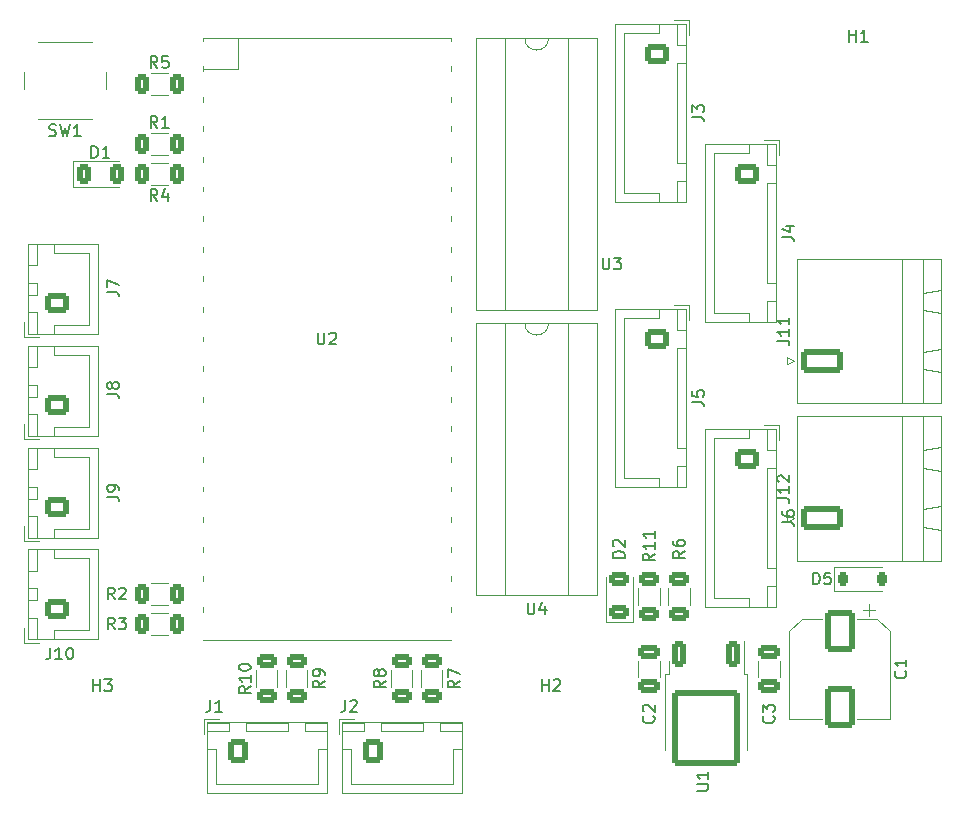
<source format=gto>
%TF.GenerationSoftware,KiCad,Pcbnew,7.0.5*%
%TF.CreationDate,2023-06-21T21:20:56+02:00*%
%TF.ProjectId,moduleDriver,6d6f6475-6c65-4447-9269-7665722e6b69,rev?*%
%TF.SameCoordinates,Original*%
%TF.FileFunction,Legend,Top*%
%TF.FilePolarity,Positive*%
%FSLAX46Y46*%
G04 Gerber Fmt 4.6, Leading zero omitted, Abs format (unit mm)*
G04 Created by KiCad (PCBNEW 7.0.5) date 2023-06-21 21:20:56*
%MOMM*%
%LPD*%
G01*
G04 APERTURE LIST*
G04 Aperture macros list*
%AMRoundRect*
0 Rectangle with rounded corners*
0 $1 Rounding radius*
0 $2 $3 $4 $5 $6 $7 $8 $9 X,Y pos of 4 corners*
0 Add a 4 corners polygon primitive as box body*
4,1,4,$2,$3,$4,$5,$6,$7,$8,$9,$2,$3,0*
0 Add four circle primitives for the rounded corners*
1,1,$1+$1,$2,$3*
1,1,$1+$1,$4,$5*
1,1,$1+$1,$6,$7*
1,1,$1+$1,$8,$9*
0 Add four rect primitives between the rounded corners*
20,1,$1+$1,$2,$3,$4,$5,0*
20,1,$1+$1,$4,$5,$6,$7,0*
20,1,$1+$1,$6,$7,$8,$9,0*
20,1,$1+$1,$8,$9,$2,$3,0*%
G04 Aperture macros list end*
%ADD10C,0.150000*%
%ADD11C,0.120000*%
%ADD12O,1.700000X1.700000*%
%ADD13R,1.700000X1.700000*%
%ADD14O,3.600000X2.000000*%
%ADD15RoundRect,0.250000X1.550000X-0.750000X1.550000X0.750000X-1.550000X0.750000X-1.550000X-0.750000X0*%
%ADD16RoundRect,0.250000X0.625000X-0.312500X0.625000X0.312500X-0.625000X0.312500X-0.625000X-0.312500X0*%
%ADD17O,1.700000X1.950000*%
%ADD18RoundRect,0.250000X-0.600000X-0.725000X0.600000X-0.725000X0.600000X0.725000X-0.600000X0.725000X0*%
%ADD19O,1.950000X1.700000*%
%ADD20RoundRect,0.250000X-0.725000X0.600000X-0.725000X-0.600000X0.725000X-0.600000X0.725000X0.600000X0*%
%ADD21C,3.200000*%
%ADD22O,1.600000X1.600000*%
%ADD23R,1.600000X1.600000*%
%ADD24RoundRect,0.250000X0.750000X-0.600000X0.750000X0.600000X-0.750000X0.600000X-0.750000X-0.600000X0*%
%ADD25O,2.000000X1.700000*%
%ADD26RoundRect,0.250000X-0.650000X0.325000X-0.650000X-0.325000X0.650000X-0.325000X0.650000X0.325000X0*%
%ADD27RoundRect,0.250000X-0.312500X-0.625000X0.312500X-0.625000X0.312500X0.625000X-0.312500X0.625000X0*%
%ADD28C,2.000000*%
%ADD29RoundRect,0.225000X-0.225000X-0.375000X0.225000X-0.375000X0.225000X0.375000X-0.225000X0.375000X0*%
%ADD30RoundRect,0.250000X-0.625000X0.312500X-0.625000X-0.312500X0.625000X-0.312500X0.625000X0.312500X0*%
%ADD31RoundRect,0.250000X-0.350000X0.850000X-0.350000X-0.850000X0.350000X-0.850000X0.350000X0.850000X0*%
%ADD32RoundRect,0.249997X-2.650003X2.950003X-2.650003X-2.950003X2.650003X-2.950003X2.650003X2.950003X0*%
%ADD33RoundRect,0.250000X0.625000X-0.375000X0.625000X0.375000X-0.625000X0.375000X-0.625000X-0.375000X0*%
%ADD34RoundRect,0.250000X-0.375000X-0.625000X0.375000X-0.625000X0.375000X0.625000X-0.375000X0.625000X0*%
%ADD35RoundRect,0.250000X-1.000000X1.500000X-1.000000X-1.500000X1.000000X-1.500000X1.000000X1.500000X0*%
%ADD36RoundRect,0.250000X0.312500X0.625000X-0.312500X0.625000X-0.312500X-0.625000X0.312500X-0.625000X0*%
G04 APERTURE END LIST*
D10*
X79248095Y-97244819D02*
X79248095Y-98054342D01*
X79248095Y-98054342D02*
X79295714Y-98149580D01*
X79295714Y-98149580D02*
X79343333Y-98197200D01*
X79343333Y-98197200D02*
X79438571Y-98244819D01*
X79438571Y-98244819D02*
X79629047Y-98244819D01*
X79629047Y-98244819D02*
X79724285Y-98197200D01*
X79724285Y-98197200D02*
X79771904Y-98149580D01*
X79771904Y-98149580D02*
X79819523Y-98054342D01*
X79819523Y-98054342D02*
X79819523Y-97244819D01*
X80248095Y-97340057D02*
X80295714Y-97292438D01*
X80295714Y-97292438D02*
X80390952Y-97244819D01*
X80390952Y-97244819D02*
X80629047Y-97244819D01*
X80629047Y-97244819D02*
X80724285Y-97292438D01*
X80724285Y-97292438D02*
X80771904Y-97340057D01*
X80771904Y-97340057D02*
X80819523Y-97435295D01*
X80819523Y-97435295D02*
X80819523Y-97530533D01*
X80819523Y-97530533D02*
X80771904Y-97673390D01*
X80771904Y-97673390D02*
X80200476Y-98244819D01*
X80200476Y-98244819D02*
X80819523Y-98244819D01*
X118174819Y-111259523D02*
X118889104Y-111259523D01*
X118889104Y-111259523D02*
X119031961Y-111307142D01*
X119031961Y-111307142D02*
X119127200Y-111402380D01*
X119127200Y-111402380D02*
X119174819Y-111545237D01*
X119174819Y-111545237D02*
X119174819Y-111640475D01*
X119174819Y-110259523D02*
X119174819Y-110830951D01*
X119174819Y-110545237D02*
X118174819Y-110545237D01*
X118174819Y-110545237D02*
X118317676Y-110640475D01*
X118317676Y-110640475D02*
X118412914Y-110735713D01*
X118412914Y-110735713D02*
X118460533Y-110830951D01*
X118270057Y-109878570D02*
X118222438Y-109830951D01*
X118222438Y-109830951D02*
X118174819Y-109735713D01*
X118174819Y-109735713D02*
X118174819Y-109497618D01*
X118174819Y-109497618D02*
X118222438Y-109402380D01*
X118222438Y-109402380D02*
X118270057Y-109354761D01*
X118270057Y-109354761D02*
X118365295Y-109307142D01*
X118365295Y-109307142D02*
X118460533Y-109307142D01*
X118460533Y-109307142D02*
X118603390Y-109354761D01*
X118603390Y-109354761D02*
X119174819Y-109926189D01*
X119174819Y-109926189D02*
X119174819Y-109307142D01*
X118174819Y-97924523D02*
X118889104Y-97924523D01*
X118889104Y-97924523D02*
X119031961Y-97972142D01*
X119031961Y-97972142D02*
X119127200Y-98067380D01*
X119127200Y-98067380D02*
X119174819Y-98210237D01*
X119174819Y-98210237D02*
X119174819Y-98305475D01*
X119174819Y-96924523D02*
X119174819Y-97495951D01*
X119174819Y-97210237D02*
X118174819Y-97210237D01*
X118174819Y-97210237D02*
X118317676Y-97305475D01*
X118317676Y-97305475D02*
X118412914Y-97400713D01*
X118412914Y-97400713D02*
X118460533Y-97495951D01*
X119174819Y-95972142D02*
X119174819Y-96543570D01*
X119174819Y-96257856D02*
X118174819Y-96257856D01*
X118174819Y-96257856D02*
X118317676Y-96353094D01*
X118317676Y-96353094D02*
X118412914Y-96448332D01*
X118412914Y-96448332D02*
X118460533Y-96543570D01*
X107769819Y-115962857D02*
X107293628Y-116296190D01*
X107769819Y-116534285D02*
X106769819Y-116534285D01*
X106769819Y-116534285D02*
X106769819Y-116153333D01*
X106769819Y-116153333D02*
X106817438Y-116058095D01*
X106817438Y-116058095D02*
X106865057Y-116010476D01*
X106865057Y-116010476D02*
X106960295Y-115962857D01*
X106960295Y-115962857D02*
X107103152Y-115962857D01*
X107103152Y-115962857D02*
X107198390Y-116010476D01*
X107198390Y-116010476D02*
X107246009Y-116058095D01*
X107246009Y-116058095D02*
X107293628Y-116153333D01*
X107293628Y-116153333D02*
X107293628Y-116534285D01*
X107769819Y-115010476D02*
X107769819Y-115581904D01*
X107769819Y-115296190D02*
X106769819Y-115296190D01*
X106769819Y-115296190D02*
X106912676Y-115391428D01*
X106912676Y-115391428D02*
X107007914Y-115486666D01*
X107007914Y-115486666D02*
X107055533Y-115581904D01*
X107769819Y-114058095D02*
X107769819Y-114629523D01*
X107769819Y-114343809D02*
X106769819Y-114343809D01*
X106769819Y-114343809D02*
X106912676Y-114439047D01*
X106912676Y-114439047D02*
X107007914Y-114534285D01*
X107007914Y-114534285D02*
X107055533Y-114629523D01*
X70151666Y-128359819D02*
X70151666Y-129074104D01*
X70151666Y-129074104D02*
X70104047Y-129216961D01*
X70104047Y-129216961D02*
X70008809Y-129312200D01*
X70008809Y-129312200D02*
X69865952Y-129359819D01*
X69865952Y-129359819D02*
X69770714Y-129359819D01*
X71151666Y-129359819D02*
X70580238Y-129359819D01*
X70865952Y-129359819D02*
X70865952Y-128359819D01*
X70865952Y-128359819D02*
X70770714Y-128502676D01*
X70770714Y-128502676D02*
X70675476Y-128597914D01*
X70675476Y-128597914D02*
X70580238Y-128645533D01*
X110954819Y-103123333D02*
X111669104Y-103123333D01*
X111669104Y-103123333D02*
X111811961Y-103170952D01*
X111811961Y-103170952D02*
X111907200Y-103266190D01*
X111907200Y-103266190D02*
X111954819Y-103409047D01*
X111954819Y-103409047D02*
X111954819Y-103504285D01*
X110954819Y-102170952D02*
X110954819Y-102647142D01*
X110954819Y-102647142D02*
X111431009Y-102694761D01*
X111431009Y-102694761D02*
X111383390Y-102647142D01*
X111383390Y-102647142D02*
X111335771Y-102551904D01*
X111335771Y-102551904D02*
X111335771Y-102313809D01*
X111335771Y-102313809D02*
X111383390Y-102218571D01*
X111383390Y-102218571D02*
X111431009Y-102170952D01*
X111431009Y-102170952D02*
X111526247Y-102123333D01*
X111526247Y-102123333D02*
X111764342Y-102123333D01*
X111764342Y-102123333D02*
X111859580Y-102170952D01*
X111859580Y-102170952D02*
X111907200Y-102218571D01*
X111907200Y-102218571D02*
X111954819Y-102313809D01*
X111954819Y-102313809D02*
X111954819Y-102551904D01*
X111954819Y-102551904D02*
X111907200Y-102647142D01*
X111907200Y-102647142D02*
X111859580Y-102694761D01*
X79829819Y-126724166D02*
X79353628Y-127057499D01*
X79829819Y-127295594D02*
X78829819Y-127295594D01*
X78829819Y-127295594D02*
X78829819Y-126914642D01*
X78829819Y-126914642D02*
X78877438Y-126819404D01*
X78877438Y-126819404D02*
X78925057Y-126771785D01*
X78925057Y-126771785D02*
X79020295Y-126724166D01*
X79020295Y-126724166D02*
X79163152Y-126724166D01*
X79163152Y-126724166D02*
X79258390Y-126771785D01*
X79258390Y-126771785D02*
X79306009Y-126819404D01*
X79306009Y-126819404D02*
X79353628Y-126914642D01*
X79353628Y-126914642D02*
X79353628Y-127295594D01*
X79829819Y-126247975D02*
X79829819Y-126057499D01*
X79829819Y-126057499D02*
X79782200Y-125962261D01*
X79782200Y-125962261D02*
X79734580Y-125914642D01*
X79734580Y-125914642D02*
X79591723Y-125819404D01*
X79591723Y-125819404D02*
X79401247Y-125771785D01*
X79401247Y-125771785D02*
X79020295Y-125771785D01*
X79020295Y-125771785D02*
X78925057Y-125819404D01*
X78925057Y-125819404D02*
X78877438Y-125867023D01*
X78877438Y-125867023D02*
X78829819Y-125962261D01*
X78829819Y-125962261D02*
X78829819Y-126152737D01*
X78829819Y-126152737D02*
X78877438Y-126247975D01*
X78877438Y-126247975D02*
X78925057Y-126295594D01*
X78925057Y-126295594D02*
X79020295Y-126343213D01*
X79020295Y-126343213D02*
X79258390Y-126343213D01*
X79258390Y-126343213D02*
X79353628Y-126295594D01*
X79353628Y-126295594D02*
X79401247Y-126247975D01*
X79401247Y-126247975D02*
X79448866Y-126152737D01*
X79448866Y-126152737D02*
X79448866Y-125962261D01*
X79448866Y-125962261D02*
X79401247Y-125867023D01*
X79401247Y-125867023D02*
X79353628Y-125819404D01*
X79353628Y-125819404D02*
X79258390Y-125771785D01*
X124238095Y-72604819D02*
X124238095Y-71604819D01*
X124238095Y-72081009D02*
X124809523Y-72081009D01*
X124809523Y-72604819D02*
X124809523Y-71604819D01*
X125809523Y-72604819D02*
X125238095Y-72604819D01*
X125523809Y-72604819D02*
X125523809Y-71604819D01*
X125523809Y-71604819D02*
X125428571Y-71747676D01*
X125428571Y-71747676D02*
X125333333Y-71842914D01*
X125333333Y-71842914D02*
X125238095Y-71890533D01*
X97028095Y-120104819D02*
X97028095Y-120914342D01*
X97028095Y-120914342D02*
X97075714Y-121009580D01*
X97075714Y-121009580D02*
X97123333Y-121057200D01*
X97123333Y-121057200D02*
X97218571Y-121104819D01*
X97218571Y-121104819D02*
X97409047Y-121104819D01*
X97409047Y-121104819D02*
X97504285Y-121057200D01*
X97504285Y-121057200D02*
X97551904Y-121009580D01*
X97551904Y-121009580D02*
X97599523Y-120914342D01*
X97599523Y-120914342D02*
X97599523Y-120104819D01*
X98504285Y-120438152D02*
X98504285Y-121104819D01*
X98266190Y-120057200D02*
X98028095Y-120771485D01*
X98028095Y-120771485D02*
X98647142Y-120771485D01*
X61430819Y-111137333D02*
X62145104Y-111137333D01*
X62145104Y-111137333D02*
X62287961Y-111184952D01*
X62287961Y-111184952D02*
X62383200Y-111280190D01*
X62383200Y-111280190D02*
X62430819Y-111423047D01*
X62430819Y-111423047D02*
X62430819Y-111518285D01*
X62430819Y-110613523D02*
X62430819Y-110423047D01*
X62430819Y-110423047D02*
X62383200Y-110327809D01*
X62383200Y-110327809D02*
X62335580Y-110280190D01*
X62335580Y-110280190D02*
X62192723Y-110184952D01*
X62192723Y-110184952D02*
X62002247Y-110137333D01*
X62002247Y-110137333D02*
X61621295Y-110137333D01*
X61621295Y-110137333D02*
X61526057Y-110184952D01*
X61526057Y-110184952D02*
X61478438Y-110232571D01*
X61478438Y-110232571D02*
X61430819Y-110327809D01*
X61430819Y-110327809D02*
X61430819Y-110518285D01*
X61430819Y-110518285D02*
X61478438Y-110613523D01*
X61478438Y-110613523D02*
X61526057Y-110661142D01*
X61526057Y-110661142D02*
X61621295Y-110708761D01*
X61621295Y-110708761D02*
X61859390Y-110708761D01*
X61859390Y-110708761D02*
X61954628Y-110661142D01*
X61954628Y-110661142D02*
X62002247Y-110613523D01*
X62002247Y-110613523D02*
X62049866Y-110518285D01*
X62049866Y-110518285D02*
X62049866Y-110327809D01*
X62049866Y-110327809D02*
X62002247Y-110232571D01*
X62002247Y-110232571D02*
X61954628Y-110184952D01*
X61954628Y-110184952D02*
X61859390Y-110137333D01*
X107674580Y-129706666D02*
X107722200Y-129754285D01*
X107722200Y-129754285D02*
X107769819Y-129897142D01*
X107769819Y-129897142D02*
X107769819Y-129992380D01*
X107769819Y-129992380D02*
X107722200Y-130135237D01*
X107722200Y-130135237D02*
X107626961Y-130230475D01*
X107626961Y-130230475D02*
X107531723Y-130278094D01*
X107531723Y-130278094D02*
X107341247Y-130325713D01*
X107341247Y-130325713D02*
X107198390Y-130325713D01*
X107198390Y-130325713D02*
X107007914Y-130278094D01*
X107007914Y-130278094D02*
X106912676Y-130230475D01*
X106912676Y-130230475D02*
X106817438Y-130135237D01*
X106817438Y-130135237D02*
X106769819Y-129992380D01*
X106769819Y-129992380D02*
X106769819Y-129897142D01*
X106769819Y-129897142D02*
X106817438Y-129754285D01*
X106817438Y-129754285D02*
X106865057Y-129706666D01*
X106865057Y-129325713D02*
X106817438Y-129278094D01*
X106817438Y-129278094D02*
X106769819Y-129182856D01*
X106769819Y-129182856D02*
X106769819Y-128944761D01*
X106769819Y-128944761D02*
X106817438Y-128849523D01*
X106817438Y-128849523D02*
X106865057Y-128801904D01*
X106865057Y-128801904D02*
X106960295Y-128754285D01*
X106960295Y-128754285D02*
X107055533Y-128754285D01*
X107055533Y-128754285D02*
X107198390Y-128801904D01*
X107198390Y-128801904D02*
X107769819Y-129373332D01*
X107769819Y-129373332D02*
X107769819Y-128754285D01*
X62063333Y-122374819D02*
X61730000Y-121898628D01*
X61491905Y-122374819D02*
X61491905Y-121374819D01*
X61491905Y-121374819D02*
X61872857Y-121374819D01*
X61872857Y-121374819D02*
X61968095Y-121422438D01*
X61968095Y-121422438D02*
X62015714Y-121470057D01*
X62015714Y-121470057D02*
X62063333Y-121565295D01*
X62063333Y-121565295D02*
X62063333Y-121708152D01*
X62063333Y-121708152D02*
X62015714Y-121803390D01*
X62015714Y-121803390D02*
X61968095Y-121851009D01*
X61968095Y-121851009D02*
X61872857Y-121898628D01*
X61872857Y-121898628D02*
X61491905Y-121898628D01*
X62396667Y-121374819D02*
X63015714Y-121374819D01*
X63015714Y-121374819D02*
X62682381Y-121755771D01*
X62682381Y-121755771D02*
X62825238Y-121755771D01*
X62825238Y-121755771D02*
X62920476Y-121803390D01*
X62920476Y-121803390D02*
X62968095Y-121851009D01*
X62968095Y-121851009D02*
X63015714Y-121946247D01*
X63015714Y-121946247D02*
X63015714Y-122184342D01*
X63015714Y-122184342D02*
X62968095Y-122279580D01*
X62968095Y-122279580D02*
X62920476Y-122327200D01*
X62920476Y-122327200D02*
X62825238Y-122374819D01*
X62825238Y-122374819D02*
X62539524Y-122374819D01*
X62539524Y-122374819D02*
X62444286Y-122327200D01*
X62444286Y-122327200D02*
X62396667Y-122279580D01*
X65680833Y-79914819D02*
X65347500Y-79438628D01*
X65109405Y-79914819D02*
X65109405Y-78914819D01*
X65109405Y-78914819D02*
X65490357Y-78914819D01*
X65490357Y-78914819D02*
X65585595Y-78962438D01*
X65585595Y-78962438D02*
X65633214Y-79010057D01*
X65633214Y-79010057D02*
X65680833Y-79105295D01*
X65680833Y-79105295D02*
X65680833Y-79248152D01*
X65680833Y-79248152D02*
X65633214Y-79343390D01*
X65633214Y-79343390D02*
X65585595Y-79391009D01*
X65585595Y-79391009D02*
X65490357Y-79438628D01*
X65490357Y-79438628D02*
X65109405Y-79438628D01*
X66633214Y-79914819D02*
X66061786Y-79914819D01*
X66347500Y-79914819D02*
X66347500Y-78914819D01*
X66347500Y-78914819D02*
X66252262Y-79057676D01*
X66252262Y-79057676D02*
X66157024Y-79152914D01*
X66157024Y-79152914D02*
X66061786Y-79200533D01*
X103378095Y-90894819D02*
X103378095Y-91704342D01*
X103378095Y-91704342D02*
X103425714Y-91799580D01*
X103425714Y-91799580D02*
X103473333Y-91847200D01*
X103473333Y-91847200D02*
X103568571Y-91894819D01*
X103568571Y-91894819D02*
X103759047Y-91894819D01*
X103759047Y-91894819D02*
X103854285Y-91847200D01*
X103854285Y-91847200D02*
X103901904Y-91799580D01*
X103901904Y-91799580D02*
X103949523Y-91704342D01*
X103949523Y-91704342D02*
X103949523Y-90894819D01*
X104330476Y-90894819D02*
X104949523Y-90894819D01*
X104949523Y-90894819D02*
X104616190Y-91275771D01*
X104616190Y-91275771D02*
X104759047Y-91275771D01*
X104759047Y-91275771D02*
X104854285Y-91323390D01*
X104854285Y-91323390D02*
X104901904Y-91371009D01*
X104901904Y-91371009D02*
X104949523Y-91466247D01*
X104949523Y-91466247D02*
X104949523Y-91704342D01*
X104949523Y-91704342D02*
X104901904Y-91799580D01*
X104901904Y-91799580D02*
X104854285Y-91847200D01*
X104854285Y-91847200D02*
X104759047Y-91894819D01*
X104759047Y-91894819D02*
X104473333Y-91894819D01*
X104473333Y-91894819D02*
X104378095Y-91847200D01*
X104378095Y-91847200D02*
X104330476Y-91799580D01*
X56526667Y-80567200D02*
X56669524Y-80614819D01*
X56669524Y-80614819D02*
X56907619Y-80614819D01*
X56907619Y-80614819D02*
X57002857Y-80567200D01*
X57002857Y-80567200D02*
X57050476Y-80519580D01*
X57050476Y-80519580D02*
X57098095Y-80424342D01*
X57098095Y-80424342D02*
X57098095Y-80329104D01*
X57098095Y-80329104D02*
X57050476Y-80233866D01*
X57050476Y-80233866D02*
X57002857Y-80186247D01*
X57002857Y-80186247D02*
X56907619Y-80138628D01*
X56907619Y-80138628D02*
X56717143Y-80091009D01*
X56717143Y-80091009D02*
X56621905Y-80043390D01*
X56621905Y-80043390D02*
X56574286Y-79995771D01*
X56574286Y-79995771D02*
X56526667Y-79900533D01*
X56526667Y-79900533D02*
X56526667Y-79805295D01*
X56526667Y-79805295D02*
X56574286Y-79710057D01*
X56574286Y-79710057D02*
X56621905Y-79662438D01*
X56621905Y-79662438D02*
X56717143Y-79614819D01*
X56717143Y-79614819D02*
X56955238Y-79614819D01*
X56955238Y-79614819D02*
X57098095Y-79662438D01*
X57431429Y-79614819D02*
X57669524Y-80614819D01*
X57669524Y-80614819D02*
X57860000Y-79900533D01*
X57860000Y-79900533D02*
X58050476Y-80614819D01*
X58050476Y-80614819D02*
X58288572Y-79614819D01*
X59193333Y-80614819D02*
X58621905Y-80614819D01*
X58907619Y-80614819D02*
X58907619Y-79614819D01*
X58907619Y-79614819D02*
X58812381Y-79757676D01*
X58812381Y-79757676D02*
X58717143Y-79852914D01*
X58717143Y-79852914D02*
X58621905Y-79900533D01*
X61430819Y-93805333D02*
X62145104Y-93805333D01*
X62145104Y-93805333D02*
X62287961Y-93852952D01*
X62287961Y-93852952D02*
X62383200Y-93948190D01*
X62383200Y-93948190D02*
X62430819Y-94091047D01*
X62430819Y-94091047D02*
X62430819Y-94186285D01*
X61430819Y-93424380D02*
X61430819Y-92757714D01*
X61430819Y-92757714D02*
X62430819Y-93186285D01*
X118574819Y-113283333D02*
X119289104Y-113283333D01*
X119289104Y-113283333D02*
X119431961Y-113330952D01*
X119431961Y-113330952D02*
X119527200Y-113426190D01*
X119527200Y-113426190D02*
X119574819Y-113569047D01*
X119574819Y-113569047D02*
X119574819Y-113664285D01*
X118574819Y-112378571D02*
X118574819Y-112569047D01*
X118574819Y-112569047D02*
X118622438Y-112664285D01*
X118622438Y-112664285D02*
X118670057Y-112711904D01*
X118670057Y-112711904D02*
X118812914Y-112807142D01*
X118812914Y-112807142D02*
X119003390Y-112854761D01*
X119003390Y-112854761D02*
X119384342Y-112854761D01*
X119384342Y-112854761D02*
X119479580Y-112807142D01*
X119479580Y-112807142D02*
X119527200Y-112759523D01*
X119527200Y-112759523D02*
X119574819Y-112664285D01*
X119574819Y-112664285D02*
X119574819Y-112473809D01*
X119574819Y-112473809D02*
X119527200Y-112378571D01*
X119527200Y-112378571D02*
X119479580Y-112330952D01*
X119479580Y-112330952D02*
X119384342Y-112283333D01*
X119384342Y-112283333D02*
X119146247Y-112283333D01*
X119146247Y-112283333D02*
X119051009Y-112330952D01*
X119051009Y-112330952D02*
X119003390Y-112378571D01*
X119003390Y-112378571D02*
X118955771Y-112473809D01*
X118955771Y-112473809D02*
X118955771Y-112664285D01*
X118955771Y-112664285D02*
X119003390Y-112759523D01*
X119003390Y-112759523D02*
X119051009Y-112807142D01*
X119051009Y-112807142D02*
X119146247Y-112854761D01*
X60238095Y-127604819D02*
X60238095Y-126604819D01*
X60238095Y-127081009D02*
X60809523Y-127081009D01*
X60809523Y-127604819D02*
X60809523Y-126604819D01*
X61190476Y-126604819D02*
X61809523Y-126604819D01*
X61809523Y-126604819D02*
X61476190Y-126985771D01*
X61476190Y-126985771D02*
X61619047Y-126985771D01*
X61619047Y-126985771D02*
X61714285Y-127033390D01*
X61714285Y-127033390D02*
X61761904Y-127081009D01*
X61761904Y-127081009D02*
X61809523Y-127176247D01*
X61809523Y-127176247D02*
X61809523Y-127414342D01*
X61809523Y-127414342D02*
X61761904Y-127509580D01*
X61761904Y-127509580D02*
X61714285Y-127557200D01*
X61714285Y-127557200D02*
X61619047Y-127604819D01*
X61619047Y-127604819D02*
X61333333Y-127604819D01*
X61333333Y-127604819D02*
X61238095Y-127557200D01*
X61238095Y-127557200D02*
X61190476Y-127509580D01*
X121181905Y-118564819D02*
X121181905Y-117564819D01*
X121181905Y-117564819D02*
X121420000Y-117564819D01*
X121420000Y-117564819D02*
X121562857Y-117612438D01*
X121562857Y-117612438D02*
X121658095Y-117707676D01*
X121658095Y-117707676D02*
X121705714Y-117802914D01*
X121705714Y-117802914D02*
X121753333Y-117993390D01*
X121753333Y-117993390D02*
X121753333Y-118136247D01*
X121753333Y-118136247D02*
X121705714Y-118326723D01*
X121705714Y-118326723D02*
X121658095Y-118421961D01*
X121658095Y-118421961D02*
X121562857Y-118517200D01*
X121562857Y-118517200D02*
X121420000Y-118564819D01*
X121420000Y-118564819D02*
X121181905Y-118564819D01*
X122658095Y-117564819D02*
X122181905Y-117564819D01*
X122181905Y-117564819D02*
X122134286Y-118041009D01*
X122134286Y-118041009D02*
X122181905Y-117993390D01*
X122181905Y-117993390D02*
X122277143Y-117945771D01*
X122277143Y-117945771D02*
X122515238Y-117945771D01*
X122515238Y-117945771D02*
X122610476Y-117993390D01*
X122610476Y-117993390D02*
X122658095Y-118041009D01*
X122658095Y-118041009D02*
X122705714Y-118136247D01*
X122705714Y-118136247D02*
X122705714Y-118374342D01*
X122705714Y-118374342D02*
X122658095Y-118469580D01*
X122658095Y-118469580D02*
X122610476Y-118517200D01*
X122610476Y-118517200D02*
X122515238Y-118564819D01*
X122515238Y-118564819D02*
X122277143Y-118564819D01*
X122277143Y-118564819D02*
X122181905Y-118517200D01*
X122181905Y-118517200D02*
X122134286Y-118469580D01*
X118574819Y-89153333D02*
X119289104Y-89153333D01*
X119289104Y-89153333D02*
X119431961Y-89200952D01*
X119431961Y-89200952D02*
X119527200Y-89296190D01*
X119527200Y-89296190D02*
X119574819Y-89439047D01*
X119574819Y-89439047D02*
X119574819Y-89534285D01*
X118908152Y-88248571D02*
X119574819Y-88248571D01*
X118527200Y-88486666D02*
X119241485Y-88724761D01*
X119241485Y-88724761D02*
X119241485Y-88105714D01*
X110309819Y-115736666D02*
X109833628Y-116069999D01*
X110309819Y-116308094D02*
X109309819Y-116308094D01*
X109309819Y-116308094D02*
X109309819Y-115927142D01*
X109309819Y-115927142D02*
X109357438Y-115831904D01*
X109357438Y-115831904D02*
X109405057Y-115784285D01*
X109405057Y-115784285D02*
X109500295Y-115736666D01*
X109500295Y-115736666D02*
X109643152Y-115736666D01*
X109643152Y-115736666D02*
X109738390Y-115784285D01*
X109738390Y-115784285D02*
X109786009Y-115831904D01*
X109786009Y-115831904D02*
X109833628Y-115927142D01*
X109833628Y-115927142D02*
X109833628Y-116308094D01*
X109309819Y-114879523D02*
X109309819Y-115069999D01*
X109309819Y-115069999D02*
X109357438Y-115165237D01*
X109357438Y-115165237D02*
X109405057Y-115212856D01*
X109405057Y-115212856D02*
X109547914Y-115308094D01*
X109547914Y-115308094D02*
X109738390Y-115355713D01*
X109738390Y-115355713D02*
X110119342Y-115355713D01*
X110119342Y-115355713D02*
X110214580Y-115308094D01*
X110214580Y-115308094D02*
X110262200Y-115260475D01*
X110262200Y-115260475D02*
X110309819Y-115165237D01*
X110309819Y-115165237D02*
X110309819Y-114974761D01*
X110309819Y-114974761D02*
X110262200Y-114879523D01*
X110262200Y-114879523D02*
X110214580Y-114831904D01*
X110214580Y-114831904D02*
X110119342Y-114784285D01*
X110119342Y-114784285D02*
X109881247Y-114784285D01*
X109881247Y-114784285D02*
X109786009Y-114831904D01*
X109786009Y-114831904D02*
X109738390Y-114879523D01*
X109738390Y-114879523D02*
X109690771Y-114974761D01*
X109690771Y-114974761D02*
X109690771Y-115165237D01*
X109690771Y-115165237D02*
X109738390Y-115260475D01*
X109738390Y-115260475D02*
X109786009Y-115308094D01*
X109786009Y-115308094D02*
X109881247Y-115355713D01*
X56594476Y-123914819D02*
X56594476Y-124629104D01*
X56594476Y-124629104D02*
X56546857Y-124771961D01*
X56546857Y-124771961D02*
X56451619Y-124867200D01*
X56451619Y-124867200D02*
X56308762Y-124914819D01*
X56308762Y-124914819D02*
X56213524Y-124914819D01*
X57594476Y-124914819D02*
X57023048Y-124914819D01*
X57308762Y-124914819D02*
X57308762Y-123914819D01*
X57308762Y-123914819D02*
X57213524Y-124057676D01*
X57213524Y-124057676D02*
X57118286Y-124152914D01*
X57118286Y-124152914D02*
X57023048Y-124200533D01*
X58213524Y-123914819D02*
X58308762Y-123914819D01*
X58308762Y-123914819D02*
X58404000Y-123962438D01*
X58404000Y-123962438D02*
X58451619Y-124010057D01*
X58451619Y-124010057D02*
X58499238Y-124105295D01*
X58499238Y-124105295D02*
X58546857Y-124295771D01*
X58546857Y-124295771D02*
X58546857Y-124533866D01*
X58546857Y-124533866D02*
X58499238Y-124724342D01*
X58499238Y-124724342D02*
X58451619Y-124819580D01*
X58451619Y-124819580D02*
X58404000Y-124867200D01*
X58404000Y-124867200D02*
X58308762Y-124914819D01*
X58308762Y-124914819D02*
X58213524Y-124914819D01*
X58213524Y-124914819D02*
X58118286Y-124867200D01*
X58118286Y-124867200D02*
X58070667Y-124819580D01*
X58070667Y-124819580D02*
X58023048Y-124724342D01*
X58023048Y-124724342D02*
X57975429Y-124533866D01*
X57975429Y-124533866D02*
X57975429Y-124295771D01*
X57975429Y-124295771D02*
X58023048Y-124105295D01*
X58023048Y-124105295D02*
X58070667Y-124010057D01*
X58070667Y-124010057D02*
X58118286Y-123962438D01*
X58118286Y-123962438D02*
X58213524Y-123914819D01*
X91259819Y-126724166D02*
X90783628Y-127057499D01*
X91259819Y-127295594D02*
X90259819Y-127295594D01*
X90259819Y-127295594D02*
X90259819Y-126914642D01*
X90259819Y-126914642D02*
X90307438Y-126819404D01*
X90307438Y-126819404D02*
X90355057Y-126771785D01*
X90355057Y-126771785D02*
X90450295Y-126724166D01*
X90450295Y-126724166D02*
X90593152Y-126724166D01*
X90593152Y-126724166D02*
X90688390Y-126771785D01*
X90688390Y-126771785D02*
X90736009Y-126819404D01*
X90736009Y-126819404D02*
X90783628Y-126914642D01*
X90783628Y-126914642D02*
X90783628Y-127295594D01*
X90259819Y-126390832D02*
X90259819Y-125724166D01*
X90259819Y-125724166D02*
X91259819Y-126152737D01*
X111335819Y-136025904D02*
X112145342Y-136025904D01*
X112145342Y-136025904D02*
X112240580Y-135978285D01*
X112240580Y-135978285D02*
X112288200Y-135930666D01*
X112288200Y-135930666D02*
X112335819Y-135835428D01*
X112335819Y-135835428D02*
X112335819Y-135644952D01*
X112335819Y-135644952D02*
X112288200Y-135549714D01*
X112288200Y-135549714D02*
X112240580Y-135502095D01*
X112240580Y-135502095D02*
X112145342Y-135454476D01*
X112145342Y-135454476D02*
X111335819Y-135454476D01*
X112335819Y-134454476D02*
X112335819Y-135025904D01*
X112335819Y-134740190D02*
X111335819Y-134740190D01*
X111335819Y-134740190D02*
X111478676Y-134835428D01*
X111478676Y-134835428D02*
X111573914Y-134930666D01*
X111573914Y-134930666D02*
X111621533Y-135025904D01*
X65680833Y-74834819D02*
X65347500Y-74358628D01*
X65109405Y-74834819D02*
X65109405Y-73834819D01*
X65109405Y-73834819D02*
X65490357Y-73834819D01*
X65490357Y-73834819D02*
X65585595Y-73882438D01*
X65585595Y-73882438D02*
X65633214Y-73930057D01*
X65633214Y-73930057D02*
X65680833Y-74025295D01*
X65680833Y-74025295D02*
X65680833Y-74168152D01*
X65680833Y-74168152D02*
X65633214Y-74263390D01*
X65633214Y-74263390D02*
X65585595Y-74311009D01*
X65585595Y-74311009D02*
X65490357Y-74358628D01*
X65490357Y-74358628D02*
X65109405Y-74358628D01*
X66585595Y-73834819D02*
X66109405Y-73834819D01*
X66109405Y-73834819D02*
X66061786Y-74311009D01*
X66061786Y-74311009D02*
X66109405Y-74263390D01*
X66109405Y-74263390D02*
X66204643Y-74215771D01*
X66204643Y-74215771D02*
X66442738Y-74215771D01*
X66442738Y-74215771D02*
X66537976Y-74263390D01*
X66537976Y-74263390D02*
X66585595Y-74311009D01*
X66585595Y-74311009D02*
X66633214Y-74406247D01*
X66633214Y-74406247D02*
X66633214Y-74644342D01*
X66633214Y-74644342D02*
X66585595Y-74739580D01*
X66585595Y-74739580D02*
X66537976Y-74787200D01*
X66537976Y-74787200D02*
X66442738Y-74834819D01*
X66442738Y-74834819D02*
X66204643Y-74834819D01*
X66204643Y-74834819D02*
X66109405Y-74787200D01*
X66109405Y-74787200D02*
X66061786Y-74739580D01*
X61430819Y-102441333D02*
X62145104Y-102441333D01*
X62145104Y-102441333D02*
X62287961Y-102488952D01*
X62287961Y-102488952D02*
X62383200Y-102584190D01*
X62383200Y-102584190D02*
X62430819Y-102727047D01*
X62430819Y-102727047D02*
X62430819Y-102822285D01*
X61859390Y-101822285D02*
X61811771Y-101917523D01*
X61811771Y-101917523D02*
X61764152Y-101965142D01*
X61764152Y-101965142D02*
X61668914Y-102012761D01*
X61668914Y-102012761D02*
X61621295Y-102012761D01*
X61621295Y-102012761D02*
X61526057Y-101965142D01*
X61526057Y-101965142D02*
X61478438Y-101917523D01*
X61478438Y-101917523D02*
X61430819Y-101822285D01*
X61430819Y-101822285D02*
X61430819Y-101631809D01*
X61430819Y-101631809D02*
X61478438Y-101536571D01*
X61478438Y-101536571D02*
X61526057Y-101488952D01*
X61526057Y-101488952D02*
X61621295Y-101441333D01*
X61621295Y-101441333D02*
X61668914Y-101441333D01*
X61668914Y-101441333D02*
X61764152Y-101488952D01*
X61764152Y-101488952D02*
X61811771Y-101536571D01*
X61811771Y-101536571D02*
X61859390Y-101631809D01*
X61859390Y-101631809D02*
X61859390Y-101822285D01*
X61859390Y-101822285D02*
X61907009Y-101917523D01*
X61907009Y-101917523D02*
X61954628Y-101965142D01*
X61954628Y-101965142D02*
X62049866Y-102012761D01*
X62049866Y-102012761D02*
X62240342Y-102012761D01*
X62240342Y-102012761D02*
X62335580Y-101965142D01*
X62335580Y-101965142D02*
X62383200Y-101917523D01*
X62383200Y-101917523D02*
X62430819Y-101822285D01*
X62430819Y-101822285D02*
X62430819Y-101631809D01*
X62430819Y-101631809D02*
X62383200Y-101536571D01*
X62383200Y-101536571D02*
X62335580Y-101488952D01*
X62335580Y-101488952D02*
X62240342Y-101441333D01*
X62240342Y-101441333D02*
X62049866Y-101441333D01*
X62049866Y-101441333D02*
X61954628Y-101488952D01*
X61954628Y-101488952D02*
X61907009Y-101536571D01*
X61907009Y-101536571D02*
X61859390Y-101631809D01*
X105229819Y-116308094D02*
X104229819Y-116308094D01*
X104229819Y-116308094D02*
X104229819Y-116069999D01*
X104229819Y-116069999D02*
X104277438Y-115927142D01*
X104277438Y-115927142D02*
X104372676Y-115831904D01*
X104372676Y-115831904D02*
X104467914Y-115784285D01*
X104467914Y-115784285D02*
X104658390Y-115736666D01*
X104658390Y-115736666D02*
X104801247Y-115736666D01*
X104801247Y-115736666D02*
X104991723Y-115784285D01*
X104991723Y-115784285D02*
X105086961Y-115831904D01*
X105086961Y-115831904D02*
X105182200Y-115927142D01*
X105182200Y-115927142D02*
X105229819Y-116069999D01*
X105229819Y-116069999D02*
X105229819Y-116308094D01*
X104325057Y-115355713D02*
X104277438Y-115308094D01*
X104277438Y-115308094D02*
X104229819Y-115212856D01*
X104229819Y-115212856D02*
X104229819Y-114974761D01*
X104229819Y-114974761D02*
X104277438Y-114879523D01*
X104277438Y-114879523D02*
X104325057Y-114831904D01*
X104325057Y-114831904D02*
X104420295Y-114784285D01*
X104420295Y-114784285D02*
X104515533Y-114784285D01*
X104515533Y-114784285D02*
X104658390Y-114831904D01*
X104658390Y-114831904D02*
X105229819Y-115403332D01*
X105229819Y-115403332D02*
X105229819Y-114784285D01*
X81581666Y-128359819D02*
X81581666Y-129074104D01*
X81581666Y-129074104D02*
X81534047Y-129216961D01*
X81534047Y-129216961D02*
X81438809Y-129312200D01*
X81438809Y-129312200D02*
X81295952Y-129359819D01*
X81295952Y-129359819D02*
X81200714Y-129359819D01*
X82010238Y-128455057D02*
X82057857Y-128407438D01*
X82057857Y-128407438D02*
X82153095Y-128359819D01*
X82153095Y-128359819D02*
X82391190Y-128359819D01*
X82391190Y-128359819D02*
X82486428Y-128407438D01*
X82486428Y-128407438D02*
X82534047Y-128455057D01*
X82534047Y-128455057D02*
X82581666Y-128550295D01*
X82581666Y-128550295D02*
X82581666Y-128645533D01*
X82581666Y-128645533D02*
X82534047Y-128788390D01*
X82534047Y-128788390D02*
X81962619Y-129359819D01*
X81962619Y-129359819D02*
X82581666Y-129359819D01*
X60091905Y-82454819D02*
X60091905Y-81454819D01*
X60091905Y-81454819D02*
X60330000Y-81454819D01*
X60330000Y-81454819D02*
X60472857Y-81502438D01*
X60472857Y-81502438D02*
X60568095Y-81597676D01*
X60568095Y-81597676D02*
X60615714Y-81692914D01*
X60615714Y-81692914D02*
X60663333Y-81883390D01*
X60663333Y-81883390D02*
X60663333Y-82026247D01*
X60663333Y-82026247D02*
X60615714Y-82216723D01*
X60615714Y-82216723D02*
X60568095Y-82311961D01*
X60568095Y-82311961D02*
X60472857Y-82407200D01*
X60472857Y-82407200D02*
X60330000Y-82454819D01*
X60330000Y-82454819D02*
X60091905Y-82454819D01*
X61615714Y-82454819D02*
X61044286Y-82454819D01*
X61330000Y-82454819D02*
X61330000Y-81454819D01*
X61330000Y-81454819D02*
X61234762Y-81597676D01*
X61234762Y-81597676D02*
X61139524Y-81692914D01*
X61139524Y-81692914D02*
X61044286Y-81740533D01*
X129003580Y-125896666D02*
X129051200Y-125944285D01*
X129051200Y-125944285D02*
X129098819Y-126087142D01*
X129098819Y-126087142D02*
X129098819Y-126182380D01*
X129098819Y-126182380D02*
X129051200Y-126325237D01*
X129051200Y-126325237D02*
X128955961Y-126420475D01*
X128955961Y-126420475D02*
X128860723Y-126468094D01*
X128860723Y-126468094D02*
X128670247Y-126515713D01*
X128670247Y-126515713D02*
X128527390Y-126515713D01*
X128527390Y-126515713D02*
X128336914Y-126468094D01*
X128336914Y-126468094D02*
X128241676Y-126420475D01*
X128241676Y-126420475D02*
X128146438Y-126325237D01*
X128146438Y-126325237D02*
X128098819Y-126182380D01*
X128098819Y-126182380D02*
X128098819Y-126087142D01*
X128098819Y-126087142D02*
X128146438Y-125944285D01*
X128146438Y-125944285D02*
X128194057Y-125896666D01*
X129098819Y-124944285D02*
X129098819Y-125515713D01*
X129098819Y-125229999D02*
X128098819Y-125229999D01*
X128098819Y-125229999D02*
X128241676Y-125325237D01*
X128241676Y-125325237D02*
X128336914Y-125420475D01*
X128336914Y-125420475D02*
X128384533Y-125515713D01*
X73564819Y-127200357D02*
X73088628Y-127533690D01*
X73564819Y-127771785D02*
X72564819Y-127771785D01*
X72564819Y-127771785D02*
X72564819Y-127390833D01*
X72564819Y-127390833D02*
X72612438Y-127295595D01*
X72612438Y-127295595D02*
X72660057Y-127247976D01*
X72660057Y-127247976D02*
X72755295Y-127200357D01*
X72755295Y-127200357D02*
X72898152Y-127200357D01*
X72898152Y-127200357D02*
X72993390Y-127247976D01*
X72993390Y-127247976D02*
X73041009Y-127295595D01*
X73041009Y-127295595D02*
X73088628Y-127390833D01*
X73088628Y-127390833D02*
X73088628Y-127771785D01*
X73564819Y-126247976D02*
X73564819Y-126819404D01*
X73564819Y-126533690D02*
X72564819Y-126533690D01*
X72564819Y-126533690D02*
X72707676Y-126628928D01*
X72707676Y-126628928D02*
X72802914Y-126724166D01*
X72802914Y-126724166D02*
X72850533Y-126819404D01*
X72564819Y-125628928D02*
X72564819Y-125533690D01*
X72564819Y-125533690D02*
X72612438Y-125438452D01*
X72612438Y-125438452D02*
X72660057Y-125390833D01*
X72660057Y-125390833D02*
X72755295Y-125343214D01*
X72755295Y-125343214D02*
X72945771Y-125295595D01*
X72945771Y-125295595D02*
X73183866Y-125295595D01*
X73183866Y-125295595D02*
X73374342Y-125343214D01*
X73374342Y-125343214D02*
X73469580Y-125390833D01*
X73469580Y-125390833D02*
X73517200Y-125438452D01*
X73517200Y-125438452D02*
X73564819Y-125533690D01*
X73564819Y-125533690D02*
X73564819Y-125628928D01*
X73564819Y-125628928D02*
X73517200Y-125724166D01*
X73517200Y-125724166D02*
X73469580Y-125771785D01*
X73469580Y-125771785D02*
X73374342Y-125819404D01*
X73374342Y-125819404D02*
X73183866Y-125867023D01*
X73183866Y-125867023D02*
X72945771Y-125867023D01*
X72945771Y-125867023D02*
X72755295Y-125819404D01*
X72755295Y-125819404D02*
X72660057Y-125771785D01*
X72660057Y-125771785D02*
X72612438Y-125724166D01*
X72612438Y-125724166D02*
X72564819Y-125628928D01*
X98238095Y-127604819D02*
X98238095Y-126604819D01*
X98238095Y-127081009D02*
X98809523Y-127081009D01*
X98809523Y-127604819D02*
X98809523Y-126604819D01*
X99238095Y-126700057D02*
X99285714Y-126652438D01*
X99285714Y-126652438D02*
X99380952Y-126604819D01*
X99380952Y-126604819D02*
X99619047Y-126604819D01*
X99619047Y-126604819D02*
X99714285Y-126652438D01*
X99714285Y-126652438D02*
X99761904Y-126700057D01*
X99761904Y-126700057D02*
X99809523Y-126795295D01*
X99809523Y-126795295D02*
X99809523Y-126890533D01*
X99809523Y-126890533D02*
X99761904Y-127033390D01*
X99761904Y-127033390D02*
X99190476Y-127604819D01*
X99190476Y-127604819D02*
X99809523Y-127604819D01*
X62063333Y-119834819D02*
X61730000Y-119358628D01*
X61491905Y-119834819D02*
X61491905Y-118834819D01*
X61491905Y-118834819D02*
X61872857Y-118834819D01*
X61872857Y-118834819D02*
X61968095Y-118882438D01*
X61968095Y-118882438D02*
X62015714Y-118930057D01*
X62015714Y-118930057D02*
X62063333Y-119025295D01*
X62063333Y-119025295D02*
X62063333Y-119168152D01*
X62063333Y-119168152D02*
X62015714Y-119263390D01*
X62015714Y-119263390D02*
X61968095Y-119311009D01*
X61968095Y-119311009D02*
X61872857Y-119358628D01*
X61872857Y-119358628D02*
X61491905Y-119358628D01*
X62444286Y-118930057D02*
X62491905Y-118882438D01*
X62491905Y-118882438D02*
X62587143Y-118834819D01*
X62587143Y-118834819D02*
X62825238Y-118834819D01*
X62825238Y-118834819D02*
X62920476Y-118882438D01*
X62920476Y-118882438D02*
X62968095Y-118930057D01*
X62968095Y-118930057D02*
X63015714Y-119025295D01*
X63015714Y-119025295D02*
X63015714Y-119120533D01*
X63015714Y-119120533D02*
X62968095Y-119263390D01*
X62968095Y-119263390D02*
X62396667Y-119834819D01*
X62396667Y-119834819D02*
X63015714Y-119834819D01*
X110954819Y-78993333D02*
X111669104Y-78993333D01*
X111669104Y-78993333D02*
X111811961Y-79040952D01*
X111811961Y-79040952D02*
X111907200Y-79136190D01*
X111907200Y-79136190D02*
X111954819Y-79279047D01*
X111954819Y-79279047D02*
X111954819Y-79374285D01*
X110954819Y-78612380D02*
X110954819Y-77993333D01*
X110954819Y-77993333D02*
X111335771Y-78326666D01*
X111335771Y-78326666D02*
X111335771Y-78183809D01*
X111335771Y-78183809D02*
X111383390Y-78088571D01*
X111383390Y-78088571D02*
X111431009Y-78040952D01*
X111431009Y-78040952D02*
X111526247Y-77993333D01*
X111526247Y-77993333D02*
X111764342Y-77993333D01*
X111764342Y-77993333D02*
X111859580Y-78040952D01*
X111859580Y-78040952D02*
X111907200Y-78088571D01*
X111907200Y-78088571D02*
X111954819Y-78183809D01*
X111954819Y-78183809D02*
X111954819Y-78469523D01*
X111954819Y-78469523D02*
X111907200Y-78564761D01*
X111907200Y-78564761D02*
X111859580Y-78612380D01*
X65680833Y-86094819D02*
X65347500Y-85618628D01*
X65109405Y-86094819D02*
X65109405Y-85094819D01*
X65109405Y-85094819D02*
X65490357Y-85094819D01*
X65490357Y-85094819D02*
X65585595Y-85142438D01*
X65585595Y-85142438D02*
X65633214Y-85190057D01*
X65633214Y-85190057D02*
X65680833Y-85285295D01*
X65680833Y-85285295D02*
X65680833Y-85428152D01*
X65680833Y-85428152D02*
X65633214Y-85523390D01*
X65633214Y-85523390D02*
X65585595Y-85571009D01*
X65585595Y-85571009D02*
X65490357Y-85618628D01*
X65490357Y-85618628D02*
X65109405Y-85618628D01*
X66537976Y-85428152D02*
X66537976Y-86094819D01*
X66299881Y-85047200D02*
X66061786Y-85761485D01*
X66061786Y-85761485D02*
X66680833Y-85761485D01*
X117834580Y-129706666D02*
X117882200Y-129754285D01*
X117882200Y-129754285D02*
X117929819Y-129897142D01*
X117929819Y-129897142D02*
X117929819Y-129992380D01*
X117929819Y-129992380D02*
X117882200Y-130135237D01*
X117882200Y-130135237D02*
X117786961Y-130230475D01*
X117786961Y-130230475D02*
X117691723Y-130278094D01*
X117691723Y-130278094D02*
X117501247Y-130325713D01*
X117501247Y-130325713D02*
X117358390Y-130325713D01*
X117358390Y-130325713D02*
X117167914Y-130278094D01*
X117167914Y-130278094D02*
X117072676Y-130230475D01*
X117072676Y-130230475D02*
X116977438Y-130135237D01*
X116977438Y-130135237D02*
X116929819Y-129992380D01*
X116929819Y-129992380D02*
X116929819Y-129897142D01*
X116929819Y-129897142D02*
X116977438Y-129754285D01*
X116977438Y-129754285D02*
X117025057Y-129706666D01*
X116929819Y-129373332D02*
X116929819Y-128754285D01*
X116929819Y-128754285D02*
X117310771Y-129087618D01*
X117310771Y-129087618D02*
X117310771Y-128944761D01*
X117310771Y-128944761D02*
X117358390Y-128849523D01*
X117358390Y-128849523D02*
X117406009Y-128801904D01*
X117406009Y-128801904D02*
X117501247Y-128754285D01*
X117501247Y-128754285D02*
X117739342Y-128754285D01*
X117739342Y-128754285D02*
X117834580Y-128801904D01*
X117834580Y-128801904D02*
X117882200Y-128849523D01*
X117882200Y-128849523D02*
X117929819Y-128944761D01*
X117929819Y-128944761D02*
X117929819Y-129230475D01*
X117929819Y-129230475D02*
X117882200Y-129325713D01*
X117882200Y-129325713D02*
X117834580Y-129373332D01*
X84994819Y-126724166D02*
X84518628Y-127057499D01*
X84994819Y-127295594D02*
X83994819Y-127295594D01*
X83994819Y-127295594D02*
X83994819Y-126914642D01*
X83994819Y-126914642D02*
X84042438Y-126819404D01*
X84042438Y-126819404D02*
X84090057Y-126771785D01*
X84090057Y-126771785D02*
X84185295Y-126724166D01*
X84185295Y-126724166D02*
X84328152Y-126724166D01*
X84328152Y-126724166D02*
X84423390Y-126771785D01*
X84423390Y-126771785D02*
X84471009Y-126819404D01*
X84471009Y-126819404D02*
X84518628Y-126914642D01*
X84518628Y-126914642D02*
X84518628Y-127295594D01*
X84423390Y-126152737D02*
X84375771Y-126247975D01*
X84375771Y-126247975D02*
X84328152Y-126295594D01*
X84328152Y-126295594D02*
X84232914Y-126343213D01*
X84232914Y-126343213D02*
X84185295Y-126343213D01*
X84185295Y-126343213D02*
X84090057Y-126295594D01*
X84090057Y-126295594D02*
X84042438Y-126247975D01*
X84042438Y-126247975D02*
X83994819Y-126152737D01*
X83994819Y-126152737D02*
X83994819Y-125962261D01*
X83994819Y-125962261D02*
X84042438Y-125867023D01*
X84042438Y-125867023D02*
X84090057Y-125819404D01*
X84090057Y-125819404D02*
X84185295Y-125771785D01*
X84185295Y-125771785D02*
X84232914Y-125771785D01*
X84232914Y-125771785D02*
X84328152Y-125819404D01*
X84328152Y-125819404D02*
X84375771Y-125867023D01*
X84375771Y-125867023D02*
X84423390Y-125962261D01*
X84423390Y-125962261D02*
X84423390Y-126152737D01*
X84423390Y-126152737D02*
X84471009Y-126247975D01*
X84471009Y-126247975D02*
X84518628Y-126295594D01*
X84518628Y-126295594D02*
X84613866Y-126343213D01*
X84613866Y-126343213D02*
X84804342Y-126343213D01*
X84804342Y-126343213D02*
X84899580Y-126295594D01*
X84899580Y-126295594D02*
X84947200Y-126247975D01*
X84947200Y-126247975D02*
X84994819Y-126152737D01*
X84994819Y-126152737D02*
X84994819Y-125962261D01*
X84994819Y-125962261D02*
X84947200Y-125867023D01*
X84947200Y-125867023D02*
X84899580Y-125819404D01*
X84899580Y-125819404D02*
X84804342Y-125771785D01*
X84804342Y-125771785D02*
X84613866Y-125771785D01*
X84613866Y-125771785D02*
X84518628Y-125819404D01*
X84518628Y-125819404D02*
X84471009Y-125867023D01*
X84471009Y-125867023D02*
X84423390Y-125962261D01*
D11*
X69510000Y-72290000D02*
X69510000Y-72590000D01*
X69510000Y-72290000D02*
X90510000Y-72290000D01*
X69510000Y-74690000D02*
X69510000Y-75090000D01*
X69510000Y-74957000D02*
X72517000Y-74957000D01*
X69510000Y-77290000D02*
X69510000Y-77690000D01*
X69510000Y-79790000D02*
X69510000Y-80190000D01*
X69510000Y-82390000D02*
X69510000Y-82790000D01*
X69510000Y-84890000D02*
X69510000Y-85290000D01*
X69510000Y-87390000D02*
X69510000Y-87790000D01*
X69510000Y-89990000D02*
X69510000Y-90390000D01*
X69510000Y-92490000D02*
X69510000Y-92890000D01*
X69510000Y-95090000D02*
X69510000Y-95490000D01*
X69510000Y-97590000D02*
X69510000Y-97990000D01*
X69510000Y-100090000D02*
X69510000Y-100490000D01*
X69510000Y-102690000D02*
X69510000Y-103090000D01*
X69510000Y-105190000D02*
X69510000Y-105590000D01*
X69510000Y-107790000D02*
X69510000Y-108190000D01*
X69510000Y-110290000D02*
X69510000Y-110690000D01*
X69510000Y-112890000D02*
X69510000Y-113290000D01*
X69510000Y-115390000D02*
X69510000Y-115790000D01*
X69510000Y-117890000D02*
X69510000Y-118290000D01*
X69510000Y-120490000D02*
X69510000Y-120890000D01*
X72517000Y-74957000D02*
X72517000Y-72290000D01*
X90510000Y-123290000D02*
X69510000Y-123290000D01*
X90510000Y-72290000D02*
X90510000Y-72590000D01*
X90510000Y-74690000D02*
X90510000Y-75090000D01*
X90510000Y-77290000D02*
X90510000Y-77690000D01*
X90510000Y-79790000D02*
X90510000Y-80190000D01*
X90510000Y-82390000D02*
X90510000Y-82790000D01*
X90510000Y-84890000D02*
X90510000Y-85290000D01*
X90510000Y-87390000D02*
X90510000Y-87790000D01*
X90510000Y-89990000D02*
X90510000Y-90390000D01*
X90510000Y-92490000D02*
X90510000Y-92890000D01*
X90510000Y-95090000D02*
X90510000Y-95490000D01*
X90510000Y-97590000D02*
X90510000Y-97990000D01*
X90510000Y-100090000D02*
X90510000Y-100490000D01*
X90510000Y-102690000D02*
X90510000Y-103090000D01*
X90510000Y-105190000D02*
X90510000Y-105590000D01*
X90510000Y-107790000D02*
X90510000Y-108190000D01*
X90510000Y-110290000D02*
X90510000Y-110690000D01*
X90510000Y-112890000D02*
X90510000Y-113290000D01*
X90510000Y-115390000D02*
X90510000Y-115790000D01*
X90510000Y-117890000D02*
X90510000Y-118290000D01*
X90510000Y-120490000D02*
X90510000Y-120890000D01*
X130530000Y-107200000D02*
X130530000Y-108700000D01*
X130530000Y-104340000D02*
X130530000Y-116560000D01*
X132030000Y-116560000D02*
X132030000Y-104340000D01*
X132030000Y-104340000D02*
X119810000Y-104340000D01*
X128730000Y-116560000D02*
X128730000Y-104340000D01*
X132030000Y-111950000D02*
X130530000Y-112200000D01*
X130530000Y-116560000D02*
X128730000Y-116560000D01*
X119610000Y-112950000D02*
X119010000Y-113250000D01*
X132030000Y-106950000D02*
X130530000Y-107200000D01*
X119810000Y-116560000D02*
X132030000Y-116560000D01*
X119010000Y-112650000D02*
X119610000Y-112950000D01*
X119810000Y-104340000D02*
X119810000Y-116560000D01*
X119010000Y-113250000D02*
X119010000Y-112650000D01*
X132030000Y-108950000D02*
X132030000Y-106950000D01*
X130530000Y-113700000D02*
X132030000Y-113950000D01*
X128730000Y-104340000D02*
X130530000Y-104340000D01*
X130530000Y-108700000D02*
X132030000Y-108950000D01*
X130530000Y-112200000D02*
X130530000Y-113700000D01*
X132030000Y-113950000D02*
X132030000Y-111950000D01*
X130530000Y-93865000D02*
X130530000Y-95365000D01*
X130530000Y-91005000D02*
X130530000Y-103225000D01*
X132030000Y-103225000D02*
X132030000Y-91005000D01*
X132030000Y-91005000D02*
X119810000Y-91005000D01*
X128730000Y-103225000D02*
X128730000Y-91005000D01*
X132030000Y-98615000D02*
X130530000Y-98865000D01*
X130530000Y-103225000D02*
X128730000Y-103225000D01*
X119610000Y-99615000D02*
X119010000Y-99915000D01*
X132030000Y-93615000D02*
X130530000Y-93865000D01*
X119810000Y-103225000D02*
X132030000Y-103225000D01*
X119010000Y-99315000D02*
X119610000Y-99615000D01*
X119810000Y-91005000D02*
X119810000Y-103225000D01*
X119010000Y-99915000D02*
X119010000Y-99315000D01*
X132030000Y-95615000D02*
X132030000Y-93615000D01*
X130530000Y-100365000D02*
X132030000Y-100615000D01*
X128730000Y-91005000D02*
X130530000Y-91005000D01*
X130530000Y-95365000D02*
X132030000Y-95615000D01*
X130530000Y-98865000D02*
X130530000Y-100365000D01*
X132030000Y-100615000D02*
X132030000Y-98615000D01*
X106405000Y-120299564D02*
X106405000Y-118845436D01*
X108225000Y-120299564D02*
X108225000Y-118845436D01*
X80030000Y-136225000D02*
X80030000Y-130255000D01*
X80030000Y-130255000D02*
X69910000Y-130255000D01*
X80020000Y-132515000D02*
X79270000Y-132515000D01*
X80020000Y-131015000D02*
X80020000Y-130265000D01*
X80020000Y-130265000D02*
X78220000Y-130265000D01*
X79270000Y-135465000D02*
X74970000Y-135465000D01*
X79270000Y-132515000D02*
X79270000Y-135465000D01*
X78220000Y-131015000D02*
X80020000Y-131015000D01*
X78220000Y-130265000D02*
X78220000Y-131015000D01*
X76720000Y-131015000D02*
X76720000Y-130265000D01*
X76720000Y-130265000D02*
X73220000Y-130265000D01*
X73220000Y-131015000D02*
X76720000Y-131015000D01*
X73220000Y-130265000D02*
X73220000Y-131015000D01*
X71720000Y-131015000D02*
X71720000Y-130265000D01*
X71720000Y-130265000D02*
X69920000Y-130265000D01*
X70870000Y-129965000D02*
X69620000Y-129965000D01*
X70670000Y-135465000D02*
X74970000Y-135465000D01*
X70670000Y-132515000D02*
X70670000Y-135465000D01*
X69920000Y-132515000D02*
X70670000Y-132515000D01*
X69920000Y-131015000D02*
X71720000Y-131015000D01*
X69920000Y-130265000D02*
X69920000Y-131015000D01*
X69910000Y-136225000D02*
X80030000Y-136225000D01*
X69910000Y-130255000D02*
X69910000Y-136225000D01*
X69620000Y-129965000D02*
X69620000Y-131215000D01*
X104440000Y-110350000D02*
X110410000Y-110350000D01*
X110410000Y-110350000D02*
X110410000Y-95230000D01*
X108150000Y-110340000D02*
X108150000Y-109590000D01*
X109650000Y-110340000D02*
X110400000Y-110340000D01*
X110400000Y-110340000D02*
X110400000Y-108540000D01*
X105200000Y-109590000D02*
X105200000Y-102790000D01*
X108150000Y-109590000D02*
X105200000Y-109590000D01*
X109650000Y-108540000D02*
X109650000Y-110340000D01*
X110400000Y-108540000D02*
X109650000Y-108540000D01*
X109650000Y-107040000D02*
X110400000Y-107040000D01*
X110400000Y-107040000D02*
X110400000Y-98540000D01*
X109650000Y-98540000D02*
X109650000Y-107040000D01*
X110400000Y-98540000D02*
X109650000Y-98540000D01*
X109650000Y-97040000D02*
X110400000Y-97040000D01*
X110400000Y-97040000D02*
X110400000Y-95240000D01*
X110700000Y-96190000D02*
X110700000Y-94940000D01*
X105200000Y-95990000D02*
X105200000Y-102790000D01*
X108150000Y-95990000D02*
X105200000Y-95990000D01*
X108150000Y-95240000D02*
X108150000Y-95990000D01*
X109650000Y-95240000D02*
X109650000Y-97040000D01*
X110400000Y-95240000D02*
X109650000Y-95240000D01*
X104440000Y-95230000D02*
X104440000Y-110350000D01*
X110410000Y-95230000D02*
X104440000Y-95230000D01*
X110700000Y-94940000D02*
X109450000Y-94940000D01*
X78380000Y-127284564D02*
X78380000Y-125830436D01*
X76560000Y-127284564D02*
X76560000Y-125830436D01*
X96790000Y-96460000D02*
G75*
G03*
X98790000Y-96460000I1000000J0D01*
G01*
X102930000Y-119500000D02*
X102930000Y-96400000D01*
X102930000Y-96400000D02*
X92650000Y-96400000D01*
X100440000Y-119440000D02*
X100440000Y-96460000D01*
X100440000Y-96460000D02*
X98790000Y-96460000D01*
X96790000Y-96460000D02*
X95140000Y-96460000D01*
X95140000Y-119440000D02*
X100440000Y-119440000D01*
X95140000Y-96460000D02*
X95140000Y-119440000D01*
X92650000Y-119500000D02*
X102930000Y-119500000D01*
X92650000Y-96400000D02*
X92650000Y-119500000D01*
X54400000Y-114904000D02*
X55650000Y-114904000D01*
X54690000Y-114614000D02*
X60660000Y-114614000D01*
X60660000Y-114614000D02*
X60660000Y-106994000D01*
X54700000Y-114604000D02*
X55450000Y-114604000D01*
X55450000Y-114604000D02*
X55450000Y-112804000D01*
X56950000Y-114604000D02*
X56950000Y-113854000D01*
X56950000Y-113854000D02*
X59900000Y-113854000D01*
X59900000Y-113854000D02*
X59900000Y-110804000D01*
X54400000Y-113654000D02*
X54400000Y-114904000D01*
X54700000Y-112804000D02*
X54700000Y-114604000D01*
X55450000Y-112804000D02*
X54700000Y-112804000D01*
X54700000Y-111304000D02*
X55450000Y-111304000D01*
X55450000Y-111304000D02*
X55450000Y-110304000D01*
X54700000Y-110304000D02*
X54700000Y-111304000D01*
X55450000Y-110304000D02*
X54700000Y-110304000D01*
X54700000Y-108804000D02*
X55450000Y-108804000D01*
X55450000Y-108804000D02*
X55450000Y-107004000D01*
X56950000Y-107754000D02*
X59900000Y-107754000D01*
X59900000Y-107754000D02*
X59900000Y-110804000D01*
X54700000Y-107004000D02*
X54700000Y-108804000D01*
X55450000Y-107004000D02*
X54700000Y-107004000D01*
X56950000Y-107004000D02*
X56950000Y-107754000D01*
X54690000Y-106994000D02*
X54690000Y-114614000D01*
X60660000Y-106994000D02*
X54690000Y-106994000D01*
X106405000Y-125018748D02*
X106405000Y-126441252D01*
X108225000Y-125018748D02*
X108225000Y-126441252D01*
X65120436Y-122830000D02*
X66574564Y-122830000D01*
X65120436Y-121010000D02*
X66574564Y-121010000D01*
X65120436Y-82190000D02*
X66574564Y-82190000D01*
X65120436Y-80370000D02*
X66574564Y-80370000D01*
X96790000Y-72330000D02*
G75*
G03*
X98790000Y-72330000I1000000J0D01*
G01*
X102930000Y-95370000D02*
X102930000Y-72270000D01*
X102930000Y-72270000D02*
X92650000Y-72270000D01*
X100440000Y-95310000D02*
X100440000Y-72330000D01*
X100440000Y-72330000D02*
X98790000Y-72330000D01*
X96790000Y-72330000D02*
X95140000Y-72330000D01*
X95140000Y-95310000D02*
X100440000Y-95310000D01*
X95140000Y-72330000D02*
X95140000Y-95310000D01*
X92650000Y-95370000D02*
X102930000Y-95370000D01*
X92650000Y-72270000D02*
X92650000Y-95370000D01*
X54360000Y-75160000D02*
X54360000Y-76660000D01*
X55610000Y-79160000D02*
X60110000Y-79160000D01*
X60110000Y-72660000D02*
X55610000Y-72660000D01*
X61360000Y-76660000D02*
X61360000Y-75160000D01*
X54400000Y-97632000D02*
X55650000Y-97632000D01*
X54690000Y-97342000D02*
X60660000Y-97342000D01*
X60660000Y-97342000D02*
X60660000Y-89722000D01*
X54700000Y-97332000D02*
X55450000Y-97332000D01*
X55450000Y-97332000D02*
X55450000Y-95532000D01*
X56950000Y-97332000D02*
X56950000Y-96582000D01*
X56950000Y-96582000D02*
X59900000Y-96582000D01*
X59900000Y-96582000D02*
X59900000Y-93532000D01*
X54400000Y-96382000D02*
X54400000Y-97632000D01*
X54700000Y-95532000D02*
X54700000Y-97332000D01*
X55450000Y-95532000D02*
X54700000Y-95532000D01*
X54700000Y-94032000D02*
X55450000Y-94032000D01*
X55450000Y-94032000D02*
X55450000Y-93032000D01*
X54700000Y-93032000D02*
X54700000Y-94032000D01*
X55450000Y-93032000D02*
X54700000Y-93032000D01*
X54700000Y-91532000D02*
X55450000Y-91532000D01*
X55450000Y-91532000D02*
X55450000Y-89732000D01*
X56950000Y-90482000D02*
X59900000Y-90482000D01*
X59900000Y-90482000D02*
X59900000Y-93532000D01*
X54700000Y-89732000D02*
X54700000Y-91532000D01*
X55450000Y-89732000D02*
X54700000Y-89732000D01*
X56950000Y-89732000D02*
X56950000Y-90482000D01*
X54690000Y-89722000D02*
X54690000Y-97342000D01*
X60660000Y-89722000D02*
X54690000Y-89722000D01*
X112060000Y-120510000D02*
X118030000Y-120510000D01*
X118030000Y-120510000D02*
X118030000Y-105390000D01*
X115770000Y-120500000D02*
X115770000Y-119750000D01*
X117270000Y-120500000D02*
X118020000Y-120500000D01*
X118020000Y-120500000D02*
X118020000Y-118700000D01*
X112820000Y-119750000D02*
X112820000Y-112950000D01*
X115770000Y-119750000D02*
X112820000Y-119750000D01*
X117270000Y-118700000D02*
X117270000Y-120500000D01*
X118020000Y-118700000D02*
X117270000Y-118700000D01*
X117270000Y-117200000D02*
X118020000Y-117200000D01*
X118020000Y-117200000D02*
X118020000Y-108700000D01*
X117270000Y-108700000D02*
X117270000Y-117200000D01*
X118020000Y-108700000D02*
X117270000Y-108700000D01*
X117270000Y-107200000D02*
X118020000Y-107200000D01*
X118020000Y-107200000D02*
X118020000Y-105400000D01*
X118320000Y-106350000D02*
X118320000Y-105100000D01*
X112820000Y-106150000D02*
X112820000Y-112950000D01*
X115770000Y-106150000D02*
X112820000Y-106150000D01*
X115770000Y-105400000D02*
X115770000Y-106150000D01*
X117270000Y-105400000D02*
X117270000Y-107200000D01*
X118020000Y-105400000D02*
X117270000Y-105400000D01*
X112060000Y-105390000D02*
X112060000Y-120510000D01*
X118030000Y-105390000D02*
X112060000Y-105390000D01*
X118320000Y-105100000D02*
X117070000Y-105100000D01*
X122990000Y-119110000D02*
X127000000Y-119110000D01*
X122990000Y-117110000D02*
X127000000Y-117110000D01*
X122990000Y-117110000D02*
X122990000Y-119110000D01*
X112060000Y-96380000D02*
X118030000Y-96380000D01*
X118030000Y-96380000D02*
X118030000Y-81260000D01*
X115770000Y-96370000D02*
X115770000Y-95620000D01*
X117270000Y-96370000D02*
X118020000Y-96370000D01*
X118020000Y-96370000D02*
X118020000Y-94570000D01*
X112820000Y-95620000D02*
X112820000Y-88820000D01*
X115770000Y-95620000D02*
X112820000Y-95620000D01*
X117270000Y-94570000D02*
X117270000Y-96370000D01*
X118020000Y-94570000D02*
X117270000Y-94570000D01*
X117270000Y-93070000D02*
X118020000Y-93070000D01*
X118020000Y-93070000D02*
X118020000Y-84570000D01*
X117270000Y-84570000D02*
X117270000Y-93070000D01*
X118020000Y-84570000D02*
X117270000Y-84570000D01*
X117270000Y-83070000D02*
X118020000Y-83070000D01*
X118020000Y-83070000D02*
X118020000Y-81270000D01*
X118320000Y-82220000D02*
X118320000Y-80970000D01*
X112820000Y-82020000D02*
X112820000Y-88820000D01*
X115770000Y-82020000D02*
X112820000Y-82020000D01*
X115770000Y-81270000D02*
X115770000Y-82020000D01*
X117270000Y-81270000D02*
X117270000Y-83070000D01*
X118020000Y-81270000D02*
X117270000Y-81270000D01*
X112060000Y-81260000D02*
X112060000Y-96380000D01*
X118030000Y-81260000D02*
X112060000Y-81260000D01*
X118320000Y-80970000D02*
X117070000Y-80970000D01*
X108945000Y-118845436D02*
X108945000Y-120299564D01*
X110765000Y-118845436D02*
X110765000Y-120299564D01*
X54400000Y-123500000D02*
X55650000Y-123500000D01*
X54690000Y-123210000D02*
X60660000Y-123210000D01*
X60660000Y-123210000D02*
X60660000Y-115590000D01*
X54700000Y-123200000D02*
X55450000Y-123200000D01*
X55450000Y-123200000D02*
X55450000Y-121400000D01*
X56950000Y-123200000D02*
X56950000Y-122450000D01*
X56950000Y-122450000D02*
X59900000Y-122450000D01*
X59900000Y-122450000D02*
X59900000Y-119400000D01*
X54400000Y-122250000D02*
X54400000Y-123500000D01*
X54700000Y-121400000D02*
X54700000Y-123200000D01*
X55450000Y-121400000D02*
X54700000Y-121400000D01*
X54700000Y-119900000D02*
X55450000Y-119900000D01*
X55450000Y-119900000D02*
X55450000Y-118900000D01*
X54700000Y-118900000D02*
X54700000Y-119900000D01*
X55450000Y-118900000D02*
X54700000Y-118900000D01*
X54700000Y-117400000D02*
X55450000Y-117400000D01*
X55450000Y-117400000D02*
X55450000Y-115600000D01*
X56950000Y-116350000D02*
X59900000Y-116350000D01*
X59900000Y-116350000D02*
X59900000Y-119400000D01*
X54700000Y-115600000D02*
X54700000Y-117400000D01*
X55450000Y-115600000D02*
X54700000Y-115600000D01*
X56950000Y-115600000D02*
X56950000Y-116350000D01*
X54690000Y-115590000D02*
X54690000Y-123210000D01*
X60660000Y-115590000D02*
X54690000Y-115590000D01*
X89810000Y-127284564D02*
X89810000Y-125830436D01*
X87990000Y-127284564D02*
X87990000Y-125830436D01*
X108685000Y-132610000D02*
X108685000Y-126190000D01*
X115585000Y-132610000D02*
X115585000Y-126190000D01*
X108685000Y-126190000D02*
X108955000Y-126190000D01*
X108955000Y-126190000D02*
X108955000Y-125090000D01*
X115315000Y-126190000D02*
X115315000Y-123360000D01*
X115585000Y-126190000D02*
X115315000Y-126190000D01*
X65120436Y-77110000D02*
X66574564Y-77110000D01*
X65120436Y-75290000D02*
X66574564Y-75290000D01*
X54400000Y-106268000D02*
X55650000Y-106268000D01*
X54690000Y-105978000D02*
X60660000Y-105978000D01*
X60660000Y-105978000D02*
X60660000Y-98358000D01*
X54700000Y-105968000D02*
X55450000Y-105968000D01*
X55450000Y-105968000D02*
X55450000Y-104168000D01*
X56950000Y-105968000D02*
X56950000Y-105218000D01*
X56950000Y-105218000D02*
X59900000Y-105218000D01*
X59900000Y-105218000D02*
X59900000Y-102168000D01*
X54400000Y-105018000D02*
X54400000Y-106268000D01*
X54700000Y-104168000D02*
X54700000Y-105968000D01*
X55450000Y-104168000D02*
X54700000Y-104168000D01*
X54700000Y-102668000D02*
X55450000Y-102668000D01*
X55450000Y-102668000D02*
X55450000Y-101668000D01*
X54700000Y-101668000D02*
X54700000Y-102668000D01*
X55450000Y-101668000D02*
X54700000Y-101668000D01*
X54700000Y-100168000D02*
X55450000Y-100168000D01*
X55450000Y-100168000D02*
X55450000Y-98368000D01*
X56950000Y-99118000D02*
X59900000Y-99118000D01*
X59900000Y-99118000D02*
X59900000Y-102168000D01*
X54700000Y-98368000D02*
X54700000Y-100168000D01*
X55450000Y-98368000D02*
X54700000Y-98368000D01*
X56950000Y-98368000D02*
X56950000Y-99118000D01*
X54690000Y-98358000D02*
X54690000Y-105978000D01*
X60660000Y-98358000D02*
X54690000Y-98358000D01*
X103640000Y-117910000D02*
X103640000Y-121795000D01*
X105910000Y-121795000D02*
X105910000Y-117910000D01*
X103640000Y-121795000D02*
X105910000Y-121795000D01*
X91460000Y-136225000D02*
X91460000Y-130255000D01*
X91460000Y-130255000D02*
X81340000Y-130255000D01*
X91450000Y-132515000D02*
X90700000Y-132515000D01*
X91450000Y-131015000D02*
X91450000Y-130265000D01*
X91450000Y-130265000D02*
X89650000Y-130265000D01*
X90700000Y-135465000D02*
X86400000Y-135465000D01*
X90700000Y-132515000D02*
X90700000Y-135465000D01*
X89650000Y-131015000D02*
X91450000Y-131015000D01*
X89650000Y-130265000D02*
X89650000Y-131015000D01*
X88150000Y-131015000D02*
X88150000Y-130265000D01*
X88150000Y-130265000D02*
X84650000Y-130265000D01*
X84650000Y-131015000D02*
X88150000Y-131015000D01*
X84650000Y-130265000D02*
X84650000Y-131015000D01*
X83150000Y-131015000D02*
X83150000Y-130265000D01*
X83150000Y-130265000D02*
X81350000Y-130265000D01*
X82300000Y-129965000D02*
X81050000Y-129965000D01*
X82100000Y-135465000D02*
X86400000Y-135465000D01*
X82100000Y-132515000D02*
X82100000Y-135465000D01*
X81350000Y-132515000D02*
X82100000Y-132515000D01*
X81350000Y-131015000D02*
X83150000Y-131015000D01*
X81350000Y-130265000D02*
X81350000Y-131015000D01*
X81340000Y-136225000D02*
X91460000Y-136225000D01*
X81340000Y-130255000D02*
X81340000Y-136225000D01*
X81050000Y-129965000D02*
X81050000Y-131215000D01*
X62430000Y-82685000D02*
X58545000Y-82685000D01*
X58545000Y-84955000D02*
X62430000Y-84955000D01*
X58545000Y-82685000D02*
X58545000Y-84955000D01*
X119184000Y-129990000D02*
X121934000Y-129990000D01*
X127704000Y-129990000D02*
X124954000Y-129990000D01*
X119184000Y-122534437D02*
X119184000Y-129990000D01*
X127704000Y-122534437D02*
X127704000Y-129990000D01*
X120248437Y-121470000D02*
X119184000Y-122534437D01*
X120248437Y-121470000D02*
X121934000Y-121470000D01*
X126639563Y-121470000D02*
X127704000Y-122534437D01*
X126639563Y-121470000D02*
X124954000Y-121470000D01*
X126454000Y-120730000D02*
X125454000Y-120730000D01*
X125954000Y-120230000D02*
X125954000Y-121230000D01*
X75840000Y-127284564D02*
X75840000Y-125830436D01*
X74020000Y-127284564D02*
X74020000Y-125830436D01*
X65120436Y-120290000D02*
X66574564Y-120290000D01*
X65120436Y-118470000D02*
X66574564Y-118470000D01*
X104440000Y-86220000D02*
X110410000Y-86220000D01*
X110410000Y-86220000D02*
X110410000Y-71100000D01*
X108150000Y-86210000D02*
X108150000Y-85460000D01*
X109650000Y-86210000D02*
X110400000Y-86210000D01*
X110400000Y-86210000D02*
X110400000Y-84410000D01*
X105200000Y-85460000D02*
X105200000Y-78660000D01*
X108150000Y-85460000D02*
X105200000Y-85460000D01*
X109650000Y-84410000D02*
X109650000Y-86210000D01*
X110400000Y-84410000D02*
X109650000Y-84410000D01*
X109650000Y-82910000D02*
X110400000Y-82910000D01*
X110400000Y-82910000D02*
X110400000Y-74410000D01*
X109650000Y-74410000D02*
X109650000Y-82910000D01*
X110400000Y-74410000D02*
X109650000Y-74410000D01*
X109650000Y-72910000D02*
X110400000Y-72910000D01*
X110400000Y-72910000D02*
X110400000Y-71110000D01*
X110700000Y-72060000D02*
X110700000Y-70810000D01*
X105200000Y-71860000D02*
X105200000Y-78660000D01*
X108150000Y-71860000D02*
X105200000Y-71860000D01*
X108150000Y-71110000D02*
X108150000Y-71860000D01*
X109650000Y-71110000D02*
X109650000Y-72910000D01*
X110400000Y-71110000D02*
X109650000Y-71110000D01*
X104440000Y-71100000D02*
X104440000Y-86220000D01*
X110410000Y-71100000D02*
X104440000Y-71100000D01*
X110700000Y-70810000D02*
X109450000Y-70810000D01*
X66574564Y-82910000D02*
X65120436Y-82910000D01*
X66574564Y-84730000D02*
X65120436Y-84730000D01*
X116565000Y-125018748D02*
X116565000Y-126441252D01*
X118385000Y-125018748D02*
X118385000Y-126441252D01*
X87270000Y-127284564D02*
X87270000Y-125830436D01*
X85450000Y-127284564D02*
X85450000Y-125830436D01*
%LPC*%
D12*
X71120000Y-73660000D03*
X71120000Y-76200000D03*
D13*
X71120000Y-78740000D03*
D12*
X71120000Y-81280000D03*
X71120000Y-83820000D03*
X71120000Y-86360000D03*
X71120000Y-88900000D03*
D13*
X71120000Y-91440000D03*
D12*
X71120000Y-93980000D03*
X71120000Y-96520000D03*
X71120000Y-99060000D03*
X71120000Y-101600000D03*
D13*
X71120000Y-104140000D03*
D12*
X71120000Y-106680000D03*
X71120000Y-109220000D03*
X71120000Y-111760000D03*
X71120000Y-114300000D03*
D13*
X71120000Y-116840000D03*
D12*
X71120000Y-119380000D03*
X71120000Y-121920000D03*
X88900000Y-121920000D03*
X88900000Y-119380000D03*
D13*
X88900000Y-116840000D03*
D12*
X88900000Y-114300000D03*
X88900000Y-111760000D03*
X88900000Y-109220000D03*
X88900000Y-106680000D03*
D13*
X88900000Y-104140000D03*
D12*
X88900000Y-101600000D03*
X88900000Y-99060000D03*
X88900000Y-96520000D03*
X88900000Y-93980000D03*
D13*
X88900000Y-91440000D03*
D12*
X88900000Y-88900000D03*
X88900000Y-86360000D03*
X88900000Y-83820000D03*
X88900000Y-81280000D03*
D13*
X88900000Y-78740000D03*
D12*
X88900000Y-76200000D03*
X88900000Y-73660000D03*
D14*
X121920000Y-107950000D03*
D15*
X121920000Y-112950000D03*
D14*
X121920000Y-94615000D03*
D15*
X121920000Y-99615000D03*
D16*
X107315000Y-118110000D03*
X107315000Y-121035000D03*
D17*
X77470000Y-132715000D03*
X74970000Y-132715000D03*
D18*
X72470000Y-132715000D03*
D19*
X107950000Y-107790000D03*
X107950000Y-105290000D03*
X107950000Y-102790000D03*
X107950000Y-100290000D03*
D20*
X107950000Y-97790000D03*
D16*
X77470000Y-125095000D03*
X77470000Y-128020000D03*
D21*
X125000000Y-76000000D03*
D22*
X101600000Y-97790000D03*
X101600000Y-100330000D03*
X101600000Y-102870000D03*
X101600000Y-105410000D03*
X101600000Y-107950000D03*
X101600000Y-110490000D03*
X101600000Y-113030000D03*
X101600000Y-115570000D03*
X101600000Y-118110000D03*
X93980000Y-118110000D03*
X93980000Y-115570000D03*
X93980000Y-113030000D03*
X93980000Y-110490000D03*
X93980000Y-107950000D03*
X93980000Y-105410000D03*
X93980000Y-102870000D03*
X93980000Y-100330000D03*
D23*
X93980000Y-97790000D03*
D24*
X57150000Y-112054000D03*
D25*
X57150000Y-109554000D03*
D26*
X107315000Y-127205000D03*
X107315000Y-124255000D03*
D27*
X67310000Y-121920000D03*
X64385000Y-121920000D03*
X67310000Y-81280000D03*
X64385000Y-81280000D03*
D22*
X101600000Y-73660000D03*
X101600000Y-76200000D03*
X101600000Y-78740000D03*
X101600000Y-81280000D03*
X101600000Y-83820000D03*
X101600000Y-86360000D03*
X101600000Y-88900000D03*
X101600000Y-91440000D03*
X101600000Y-93980000D03*
X93980000Y-93980000D03*
X93980000Y-91440000D03*
X93980000Y-88900000D03*
X93980000Y-86360000D03*
X93980000Y-83820000D03*
X93980000Y-81280000D03*
X93980000Y-78740000D03*
X93980000Y-76200000D03*
D23*
X93980000Y-73660000D03*
D28*
X54610000Y-73660000D03*
X61110000Y-73660000D03*
X54610000Y-78160000D03*
X61110000Y-78160000D03*
D24*
X57150000Y-94782000D03*
D25*
X57150000Y-92282000D03*
D19*
X115570000Y-117950000D03*
X115570000Y-115450000D03*
X115570000Y-112950000D03*
X115570000Y-110450000D03*
D20*
X115570000Y-107950000D03*
D21*
X61000000Y-131000000D03*
D29*
X127000000Y-118110000D03*
X123700000Y-118110000D03*
D19*
X115570000Y-93820000D03*
X115570000Y-91320000D03*
X115570000Y-88820000D03*
X115570000Y-86320000D03*
D20*
X115570000Y-83820000D03*
D30*
X109855000Y-121035000D03*
X109855000Y-118110000D03*
D24*
X57150000Y-120650000D03*
D25*
X57150000Y-118150000D03*
D16*
X88900000Y-125095000D03*
X88900000Y-128020000D03*
D31*
X109855000Y-124460000D03*
D32*
X112135000Y-130760000D03*
D31*
X114415000Y-124460000D03*
D27*
X67310000Y-76200000D03*
X64385000Y-76200000D03*
D24*
X57150000Y-103418000D03*
D25*
X57150000Y-100918000D03*
D33*
X104775000Y-118110000D03*
X104775000Y-120910000D03*
D17*
X88900000Y-132715000D03*
X86400000Y-132715000D03*
D18*
X83900000Y-132715000D03*
D34*
X62230000Y-83820000D03*
X59430000Y-83820000D03*
D35*
X123444000Y-128980000D03*
X123444000Y-122480000D03*
D16*
X74930000Y-125095000D03*
X74930000Y-128020000D03*
D21*
X99000000Y-131000000D03*
D27*
X67310000Y-119380000D03*
X64385000Y-119380000D03*
D19*
X107950000Y-83660000D03*
X107950000Y-81160000D03*
X107950000Y-78660000D03*
X107950000Y-76160000D03*
D20*
X107950000Y-73660000D03*
D36*
X64385000Y-83820000D03*
X67310000Y-83820000D03*
D26*
X117475000Y-127205000D03*
X117475000Y-124255000D03*
D16*
X86360000Y-125095000D03*
X86360000Y-128020000D03*
%LPD*%
M02*

</source>
